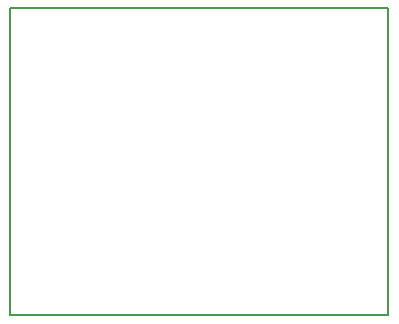
<source format=gko>
G04 #@! TF.FileFunction,Profile,NP*
%FSLAX46Y46*%
G04 Gerber Fmt 4.6, Leading zero omitted, Abs format (unit mm)*
G04 Created by KiCad (PCBNEW 4.0.4-1.fc24-product) date Tue Jun  5 14:17:38 2018*
%MOMM*%
%LPD*%
G01*
G04 APERTURE LIST*
%ADD10C,0.100000*%
%ADD11C,0.150000*%
G04 APERTURE END LIST*
D10*
D11*
X157000000Y-104000000D02*
X157000000Y-78000000D01*
X125000000Y-104000000D02*
X157000000Y-104000000D01*
X125000000Y-78000000D02*
X125000000Y-104000000D01*
X157000000Y-78000000D02*
X125000000Y-78000000D01*
M02*

</source>
